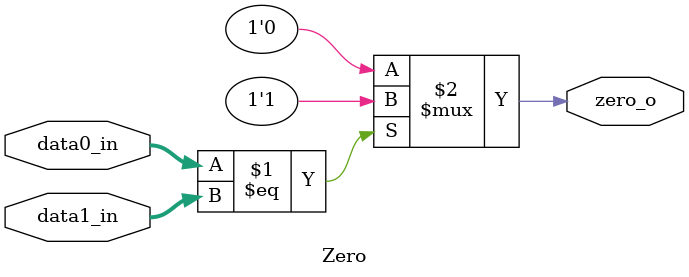
<source format=v>
module Zero
(
    data0_in,
    data1_in,
    zero_o
);

// Ports
input  [31:0] data0_in, data1_in;
output        zero_o;

assign zero_o = (data0_in == data1_in)? 1'b1 : 1'b0;

endmodule

</source>
